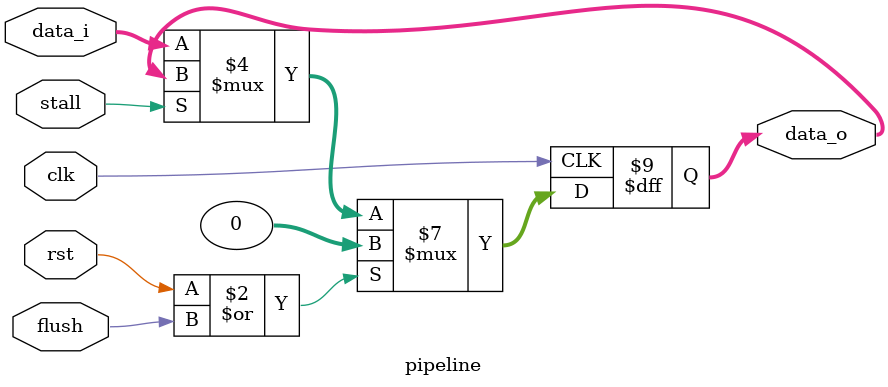
<source format=sv>
`timescale 1ns/1ps
`include "defines.vh"

module pipeline #(parameter W = 32) (
    input  logic           clk   ,
    input  logic           rst   ,
    input  logic           stall ,
    input  logic           flush ,
    input  logic [W - 1:0] data_i,
    output logic [W - 1:0] data_o);
    
    always @(posedge clk) begin
        if (rst | flush)
            data_o <= 0;
        else if (~stall)
            data_o <= data_i;
    end
    
endmodule


</source>
